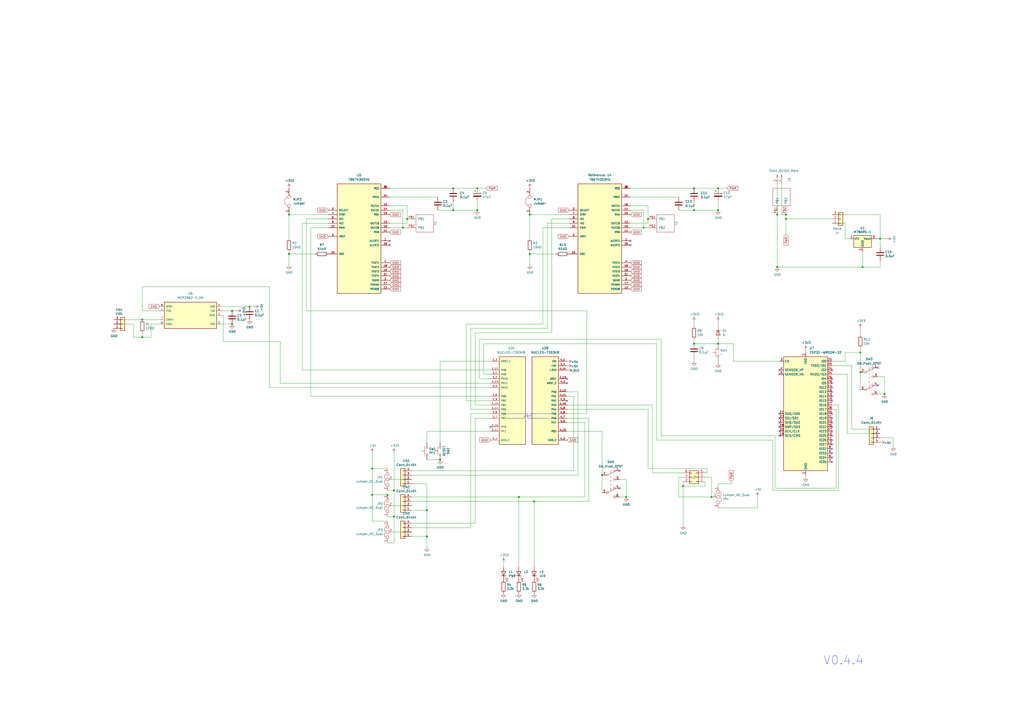
<source format=kicad_sch>
(kicad_sch (version 20230121) (generator eeschema)
  (paper "A2")
  (lib_symbols
    (symbol "Connector:Conn_01x02_Male" (pin_names (offset 1.016) hide)
      (property "Reference" "J" (at 0 2.54 0))
      (property "Value" "Conn_01x02_Male" (at 0 -5.08 0))
      (symbol "Conn_01x02_Male_1_1"
        (pin passive line (at 5.08 0 180) (length 3.81) (name "Pin_1") (number "1"))
        (pin passive line (at 5.08 -2.54 180) (length 3.81) (name "Pin_2") (number "2"))
      )
    )
    (symbol "Connector_Generic:Conn_01x03" (pin_names (offset 1.016) hide)
      (property "Reference" "J" (at 0 5.08 0))
      (property "Value" "Conn_01x03" (at 0 -5.08 0))
      (symbol "Conn_01x03_1_1"
        (pin passive line (at -5.08 2.54 0) (length 3.81) (name "Pin_1") (number "1"))
        (pin passive line (at -5.08 0 0) (length 3.81) (name "Pin_2") (number "2"))
        (pin passive line (at -5.08 -2.54 0) (length 3.81) (name "Pin_3") (number "3"))
      )
    )
    (symbol "Connector_Generic:Conn_01x04" (pin_names (offset 1.016) hide)
      (property "Reference" "J" (at 0 5.08 0))
      (property "Value" "Conn_01x04" (at 0 -7.62 0))
      (symbol "Conn_01x04_1_1"
        (pin passive line (at -5.08 2.54 0) (length 3.81) (name "Pin_1") (number "1"))
        (pin passive line (at -5.08 0 0) (length 3.81) (name "Pin_2") (number "2"))
        (pin passive line (at -5.08 -2.54 0) (length 3.81) (name "Pin_3") (number "3"))
        (pin passive line (at -5.08 -5.08 0) (length 3.81) (name "Pin_4") (number "4"))
      )
    )
    (symbol "Connector_Generic:Conn_02x03_Odd_Even" (pin_names (offset 1.016) hide)
      (property "Reference" "J" (at 1.27 5.08 0))
      (property "Value" "Conn_02x03_Odd_Even" (at 1.27 -5.08 0))
      (symbol "Conn_02x03_Odd_Even_1_1"
        (pin passive line (at -5.08 2.54 0) (length 3.81) (name "Pin_1") (number "1"))
        (pin passive line (at 7.62 2.54 180) (length 3.81) (name "Pin_2") (number "2"))
        (pin passive line (at -5.08 0 0) (length 3.81) (name "Pin_3") (number "3"))
        (pin passive line (at 7.62 0 180) (length 3.81) (name "Pin_4") (number "4"))
        (pin passive line (at -5.08 -2.54 0) (length 3.81) (name "Pin_5") (number "5"))
        (pin passive line (at 7.62 -2.54 180) (length 3.81) (name "Pin_6") (number "6"))
      )
    )
    (symbol "Device:C" (pin_numbers hide) (pin_names (offset 0.254))
      (property "Reference" "C" (at 0.635 2.54 0))
      (property "Value" "C" (at 0.635 -2.54 0))
      (symbol "C_1_1"
        (pin passive line (at 0 3.81 270) (length 2.794) (name "~") (number "1"))
        (pin passive line (at 0 -3.81 90) (length 2.794) (name "~") (number "2"))
      )
    )
    (symbol "Device:CP" (pin_numbers hide) (pin_names (offset 0.254))
      (property "Reference" "C" (at 0.635 2.54 0))
      (property "Value" "Device_CP" (at 0.635 -2.54 0))
      (symbol "CP_1_1"
        (pin passive line (at 0 3.81 270) (length 2.794) (name "~") (number "1"))
        (pin passive line (at 0 -3.81 90) (length 2.794) (name "~") (number "2"))
      )
    )
    (symbol "Device:D" (pin_numbers hide) (pin_names (offset 1.016) hide)
      (property "Reference" "D" (at 0 2.54 0))
      (property "Value" "D" (at 0 -2.54 0))
      (symbol "D_1_1"
        (pin passive line (at -3.81 0 0) (length 2.54) (name "K") (number "1"))
        (pin passive line (at 3.81 0 180) (length 2.54) (name "A") (number "2"))
      )
    )
    (symbol "Device:Jumper" (pin_names (offset 0.762) hide)
      (property "Reference" "JP" (at 0 3.81 0))
      (property "Value" "Device_Jumper" (at 0 -2.032 0))
      (symbol "Jumper_0_1"
        (pin passive line (at -7.62 0 0) (length 4.191) (name "1") (number "1"))
        (pin passive line (at 7.62 0 180) (length 4.191) (name "2") (number "2"))
      )
    )
    (symbol "Device:Jumper_NC_Dual" (pin_names (offset 0.762) hide)
      (property "Reference" "JP" (at 1.27 -2.54 0))
      (property "Value" "Device_Jumper_NC_Dual" (at 0 2.54 0))
      (symbol "Jumper_NC_Dual_0_1"
        (pin passive line (at -6.35 0 0) (length 2.413) (name "1") (number "1"))
        (pin passive line (at 0 -2.54 90) (length 1.524) (name "2") (number "2"))
        (pin passive line (at 6.35 0 180) (length 2.413) (name "3") (number "3"))
      )
    )
    (symbol "Device:LED" (pin_numbers hide) (pin_names (offset 1.016) hide)
      (property "Reference" "D" (at 0 2.54 0))
      (property "Value" "LED" (at 0 -2.54 0))
      (symbol "LED_1_1"
        (pin passive line (at -3.81 0 0) (length 2.54) (name "K") (number "1"))
        (pin passive line (at 3.81 0 180) (length 2.54) (name "A") (number "2"))
      )
    )
    (symbol "Device:R" (pin_numbers hide) (pin_names (offset 0))
      (property "Reference" "R" (at 2.032 0 90))
      (property "Value" "R" (at 0 0 90))
      (symbol "R_1_1"
        (pin passive line (at 0 3.81 270) (length 1.27) (name "~") (number "1"))
        (pin passive line (at 0 -3.81 90) (length 1.27) (name "~") (number "2"))
      )
    )
    (symbol "Liner-regulator_AOKI:NJM_TO-252" (pin_names (offset 0.254))
      (property "Reference" "U" (at -3.81 3.175 0))
      (property "Value" "Liner-regulator_AOKI_NJM_TO-252" (at 0 3.175 0))
      (symbol "NJM_TO-252_1_1"
        (pin power_in line (at -7.62 0 0) (length 2.54) (name "Vin") (number "1"))
        (pin input line (at 0 -7.62 90) (length 2.54) (name "GND") (number "2"))
        (pin power_out line (at 7.62 0 180) (length 2.54) (name "Vout") (number "3"))
      )
    )
    (symbol "MCP2562-E_SN:MCP2562-E_SN" (pin_names (offset 1.016))
      (property "Reference" "U" (at -15.2515 8.8967 0))
      (property "Value" "MCP2562-E_SN" (at -15.2639 -10.1759 0))
      (symbol "MCP2562-E_SN_0_0"
        (pin input line (at -17.78 2.54 0) (length 2.54) (name "TXD") (number "1"))
        (pin power_in line (at 17.78 -5.08 180) (length 2.54) (name "VSS") (number "2"))
        (pin power_in line (at 17.78 5.08 180) (length 2.54) (name "VDD") (number "3"))
        (pin output line (at 17.78 0 180) (length 2.54) (name "RXD") (number "4"))
        (pin power_in line (at 17.78 2.54 180) (length 2.54) (name "VIO") (number "5"))
        (pin input line (at -17.78 -5.08 0) (length 2.54) (name "CANL") (number "6"))
        (pin input line (at -17.78 -2.54 0) (length 2.54) (name "CANH") (number "7"))
        (pin input line (at -17.78 5.08 0) (length 2.54) (name "STBY") (number "8"))
      )
    )
    (symbol "NUCLEO-F303K8:NUCLEO-F303K8" (pin_names (offset 1.016))
      (property "Reference" "U" (at -7.6292 25.9456 0))
      (property "Value" "NUCLEO-F303K8" (at -7.6233 -27.7005 0))
      (symbol "NUCLEO-F303K8_1_0"
        (pin bidirectional line (at 12.7 15.24 180) (length 5.08) (name "PA9") (number "3_1"))
        (pin bidirectional line (at 12.7 -15.24 180) (length 5.08) (name "PF0") (number "3_10"))
        (pin bidirectional line (at 12.7 -17.78 180) (length 5.08) (name "PF1") (number "3_11"))
        (pin bidirectional line (at 12.7 17.78 180) (length 5.08) (name "PA8") (number "3_12"))
        (pin bidirectional line (at 12.7 10.16 180) (length 5.08) (name "PA11") (number "3_13"))
        (pin bidirectional line (at 12.7 -5.08 180) (length 5.08) (name "PB5") (number "3_14"))
        (pin bidirectional line (at 12.7 -2.54 180) (length 5.08) (name "PB4") (number "3_15"))
        (pin bidirectional line (at 12.7 12.7 180) (length 5.08) (name "PA10") (number "3_2"))
        (pin bidirectional line (at 12.7 22.86 180) (length 5.08) (name "NRST_1") (number "3_3"))
        (pin power_in line (at 12.7 -22.86 180) (length 5.08) (name "GND_1") (number "3_4"))
        (pin bidirectional line (at 12.7 7.62 180) (length 5.08) (name "PA12") (number "3_5"))
        (pin bidirectional line (at 12.7 2.54 180) (length 5.08) (name "PB0") (number "3_6"))
        (pin bidirectional line (at 12.7 -10.16 180) (length 5.08) (name "PB7") (number "3_7"))
        (pin bidirectional line (at 12.7 -7.62 180) (length 5.08) (name "PB6") (number "3_8"))
        (pin bidirectional line (at 12.7 0 180) (length 5.08) (name "PB1") (number "3_9"))
      )
      (symbol "NUCLEO-F303K8_2_0"
        (pin power_in line (at 12.7 22.86 180) (length 5.08) (name "VIN") (number "4_1"))
        (pin bidirectional line (at 12.7 -2.54 180) (length 5.08) (name "PA3") (number "4_10"))
        (pin bidirectional line (at 12.7 2.54 180) (length 5.08) (name "PA1") (number "4_11"))
        (pin bidirectional line (at 12.7 5.08 180) (length 5.08) (name "PA0") (number "4_12"))
        (pin bidirectional line (at 12.7 12.7 180) (length 5.08) (name "AREF") (number "4_13"))
        (pin power_in line (at 12.7 17.78 180) (length 5.08) (name "+3V3") (number "4_14"))
        (pin bidirectional line (at 12.7 -17.78 180) (length 5.08) (name "PB3") (number "4_15"))
        (pin power_in line (at 12.7 -22.86 180) (length 5.08) (name "GND_2") (number "4_2"))
        (pin bidirectional line (at 12.7 10.16 180) (length 5.08) (name "NRST_2") (number "4_3"))
        (pin power_in line (at 12.7 20.32 180) (length 5.08) (name "+5V") (number "4_4"))
        (pin bidirectional line (at 12.7 0 180) (length 5.08) (name "PA2") (number "4_5"))
        (pin bidirectional line (at 12.7 -12.7 180) (length 5.08) (name "PA7") (number "4_6"))
        (pin bidirectional line (at 12.7 -10.16 180) (length 5.08) (name "PA6") (number "4_7"))
        (pin bidirectional line (at 12.7 -7.62 180) (length 5.08) (name "PA5") (number "4_8"))
        (pin bidirectional line (at 12.7 -5.08 180) (length 5.08) (name "PA4") (number "4_9"))
      )
    )
    (symbol "PTS_1.5_2_1" (pin_names (offset 1.016))
      (symbol "PTS_1.5_2_1_1_0"
        (pin bidirectional line (at -2.54 -10.16 90) (length 5.08) (name "P$1") (number "P$1"))
        (pin bidirectional line (at 2.54 -10.16 90) (length 5.08) (name "P$2") (number "P$2"))
      )
    )
    (symbol "RF_Module:ESP32-WROOM-32"
      (property "Reference" "U" (at -12.7 34.29 0))
      (property "Value" "ESP32-WROOM-32" (at 1.27 34.29 0))
      (symbol "ESP32-WROOM-32_1_1"
        (pin power_in line (at 0 -35.56 90) (length 2.54) (name "GND") (number "1"))
        (pin bidirectional line (at 15.24 -12.7 180) (length 2.54) (name "IO25") (number "10"))
        (pin bidirectional line (at 15.24 -15.24 180) (length 2.54) (name "IO26") (number "11"))
        (pin bidirectional line (at 15.24 -17.78 180) (length 2.54) (name "IO27") (number "12"))
        (pin bidirectional line (at 15.24 10.16 180) (length 2.54) (name "IO14") (number "13"))
        (pin bidirectional line (at 15.24 15.24 180) (length 2.54) (name "IO12") (number "14"))
        (pin passive line (at 0 -35.56 90) (length 2.54) hide (name "GND") (number "15"))
        (pin bidirectional line (at 15.24 12.7 180) (length 2.54) (name "IO13") (number "16"))
        (pin bidirectional line (at -15.24 -5.08 0) (length 2.54) (name "SHD/SD2") (number "17"))
        (pin bidirectional line (at -15.24 -7.62 0) (length 2.54) (name "SWP/SD3") (number "18"))
        (pin bidirectional line (at -15.24 -12.7 0) (length 2.54) (name "SCS/CMD") (number "19"))
        (pin power_in line (at 0 35.56 270) (length 2.54) (name "VDD") (number "2"))
        (pin bidirectional line (at -15.24 -10.16 0) (length 2.54) (name "SCK/CLK") (number "20"))
        (pin bidirectional line (at -15.24 0 0) (length 2.54) (name "SDO/SD0") (number "21"))
        (pin bidirectional line (at -15.24 -2.54 0) (length 2.54) (name "SDI/SD1") (number "22"))
        (pin bidirectional line (at 15.24 7.62 180) (length 2.54) (name "IO15") (number "23"))
        (pin bidirectional line (at 15.24 25.4 180) (length 2.54) (name "IO2") (number "24"))
        (pin bidirectional line (at 15.24 30.48 180) (length 2.54) (name "IO0") (number "25"))
        (pin bidirectional line (at 15.24 20.32 180) (length 2.54) (name "IO4") (number "26"))
        (pin bidirectional line (at 15.24 5.08 180) (length 2.54) (name "IO16") (number "27"))
        (pin bidirectional line (at 15.24 2.54 180) (length 2.54) (name "IO17") (number "28"))
        (pin bidirectional line (at 15.24 17.78 180) (length 2.54) (name "IO5") (number "29"))
        (pin input line (at -15.24 30.48 0) (length 2.54) (name "EN") (number "3"))
        (pin bidirectional line (at 15.24 0 180) (length 2.54) (name "IO18") (number "30"))
        (pin bidirectional line (at 15.24 -2.54 180) (length 2.54) (name "IO19") (number "31"))
        (pin no_connect line (at -12.7 -27.94 0) (length 2.54) hide (name "NC") (number "32"))
        (pin bidirectional line (at 15.24 -5.08 180) (length 2.54) (name "IO21") (number "33"))
        (pin bidirectional line (at 15.24 22.86 180) (length 2.54) (name "RXD0/IO3") (number "34"))
        (pin bidirectional line (at 15.24 27.94 180) (length 2.54) (name "TXD0/IO1") (number "35"))
        (pin bidirectional line (at 15.24 -7.62 180) (length 2.54) (name "IO22") (number "36"))
        (pin bidirectional line (at 15.24 -10.16 180) (length 2.54) (name "IO23") (number "37"))
        (pin passive line (at 0 -35.56 90) (length 2.54) hide (name "GND") (number "38"))
        (pin passive line (at 0 -35.56 90) (length 2.54) hide (name "GND") (number "39"))
        (pin input line (at -15.24 25.4 0) (length 2.54) (name "SENSOR_VP") (number "4"))
        (pin input line (at -15.24 22.86 0) (length 2.54) (name "SENSOR_VN") (number "5"))
        (pin input line (at 15.24 -25.4 180) (length 2.54) (name "IO34") (number "6"))
        (pin input line (at 15.24 -27.94 180) (length 2.54) (name "IO35") (number "7"))
        (pin bidirectional line (at 15.24 -20.32 180) (length 2.54) (name "IO32") (number "8"))
        (pin bidirectional line (at 15.24 -22.86 180) (length 2.54) (name "IO33") (number "9"))
      )
    )
    (symbol "Switch:SW_Push" (pin_numbers hide) (pin_names (offset 1.016) hide)
      (property "Reference" "SW" (at 1.27 2.54 0))
      (property "Value" "SW_Push" (at 0 -1.524 0))
      (symbol "SW_Push_0_1"
        (pin passive line (at -5.08 0 0) (length 2.54) (name "1") (number "1"))
        (pin passive line (at 5.08 0 180) (length 2.54) (name "2") (number "2"))
      )
    )
    (symbol "Switch:SW_Push_DPDT" (pin_names (offset 0) hide)
      (property "Reference" "SW" (at 0 8.89 0))
      (property "Value" "SW_Push_DPDT" (at 0 -10.16 0))
      (symbol "SW_Push_DPDT_1_1"
        (pin passive line (at 5.08 7.62 180) (length 2.54) (name "A") (number "1"))
        (pin passive line (at -5.08 5.08 0) (length 2.54) (name "B") (number "2"))
        (pin passive line (at 5.08 2.54 180) (length 2.54) (name "C") (number "3"))
        (pin passive line (at 5.08 -2.54 180) (length 2.54) (name "A") (number "4"))
        (pin passive line (at -5.08 -5.08 0) (length 2.54) (name "B") (number "5"))
        (pin passive line (at 5.08 -7.62 180) (length 2.54) (name "C") (number "6"))
      )
    )
    (symbol "TB67H303HG_1" (pin_names (offset 1.016))
      (property "Reference" "U" (at -12.7 33.655 0))
      (property "Value" "TB67H303HG" (at -12.7 -33.02 0))
      (symbol "TB67H303HG_1_0_0"
        (pin output line (at 17.78 0 180) (length 5.08) (name "ALERT1") (number "1"))
        (pin output line (at 17.78 7.62 180) (length 5.08) (name "OUT2B") (number "10"))
        (pin output line (at 17.78 5.08 180) (length 5.08) (name "RSB") (number "11"))
        (pin output line (at 17.78 10.16 180) (length 5.08) (name "OUT1B") (number "12"))
        (pin power_in line (at 17.78 -27.94 180) (length 5.08) (name "PGNDB") (number "13"))
        (pin output line (at 17.78 17.78 180) (length 5.08) (name "OUT2A") (number "14"))
        (pin output line (at 17.78 15.24 180) (length 5.08) (name "RSA") (number "15"))
        (pin output line (at 17.78 20.32 180) (length 5.08) (name "OUT1A") (number "16"))
        (pin power_in line (at 17.78 -25.4 180) (length 5.08) (name "PGNDA") (number "17"))
        (pin power_in line (at 17.78 -15.24 180) (length 5.08) (name "TEST2") (number "18"))
        (pin power_in line (at 17.78 -17.78 180) (length 5.08) (name "TEST3") (number "19"))
        (pin power_in line (at 17.78 -22.86 180) (length 5.08) (name "SGND") (number "2"))
        (pin power_in line (at 17.78 30.48 180) (length 5.08) (name "VCC") (number "20"))
        (pin power_in line (at 17.78 -20.32 180) (length 5.08) (name "TEST4") (number "21"))
        (pin input line (at -17.78 7.62 0) (length 5.08) (name "PWM") (number "22"))
        (pin passive line (at -17.78 -7.62 0) (length 5.08) (name "OSC") (number "23"))
        (pin output line (at 17.78 25.4 180) (length 5.08) (name "VREG") (number "24"))
        (pin output line (at 17.78 -2.54 180) (length 5.08) (name "ALERT2") (number "25"))
        (pin input line (at -17.78 17.78 0) (length 5.08) (name "SELECT") (number "3"))
        (pin power_in line (at 17.78 -12.7 180) (length 5.08) (name "TEST1") (number "4"))
        (pin input line (at -17.78 2.54 0) (length 5.08) (name "VREF") (number "5"))
        (pin power_in line (at 17.78 30.48 180) (length 5.08) (name "VCC") (number "6"))
        (pin input line (at -17.78 15.24 0) (length 5.08) (name "STBY") (number "7"))
        (pin input line (at -17.78 12.7 0) (length 5.08) (name "IN1") (number "8"))
        (pin input line (at -17.78 10.16 0) (length 5.08) (name "IN2") (number "9"))
      )
    )
    (symbol "power:+3.3V" (power) (pin_names (offset 0))
      (property "Value" "+3.3V" (at 0 3.556 0))
      (symbol "+3.3V_1_1"
        (pin power_in line (at 0 0 90) (length 0) hide (name "+3V3") (number "1"))
      )
    )
    (symbol "power:+5V" (power) (pin_names (offset 0))
      (property "Value" "+5V" (at 0 3.556 0))
      (symbol "+5V_1_1"
        (pin power_in line (at 0 0 90) (length 0) hide (name "+5V") (number "1"))
      )
    )
    (symbol "power:GND" (power) (pin_names (offset 0))
      (property "Value" "GND" (at 0 -3.81 0))
      (symbol "GND_1_1"
        (pin power_in line (at 0 0 270) (length 0) hide (name "GND") (number "1"))
      )
    )
    (symbol "pts_1.5_2:PTS_1.5_2" (pin_names (offset 1.016))
      (symbol "PTS_1.5_2_1_0"
        (pin bidirectional line (at -2.54 -10.16 90) (length 5.08) (name "P$1") (number "P$1"))
        (pin bidirectional line (at 2.54 -10.16 90) (length 5.08) (name "P$2") (number "P$2"))
      )
    )
  )
  (junction (at 309.88 290.83))
  (junction (at 224.79 287.02))
  (junction (at 499.11 215.9))
  (junction (at 402.59 199.39))
  (junction (at 455.93 127))
  (junction (at 228.6 284.48))
  (junction (at 262.89 109.22))
  (junction (at 215.9 287.02))
  (junction (at 82.55 185.42))
  (junction (at 450.85 124.46))
  (junction (at 215.9 271.78))
  (junction (at 412.75 288.29))
  (junction (at 144.78 177.8))
  (junction (at 247.65 295.91))
  (junction (at 276.86 109.22))
  (junction (at 167.64 147.32))
  (junction (at 307.34 147.32))
  (junction (at 167.64 124.46))
  (junction (at 349.25 275.59))
  (junction (at 513.08 228.6))
  (junction (at 307.34 124.46))
  (junction (at 236.22 127))
  (junction (at 255.27 266.7))
  (junction (at 300.99 288.29))
  (junction (at 82.55 195.58))
  (junction (at 262.89 121.92))
  (junction (at 233.68 132.08))
  (junction (at 134.62 187.96))
  (junction (at 247.65 311.15))
  (junction (at 402.59 109.22))
  (junction (at 134.62 180.34))
  (junction (at 396.24 281.94))
  (junction (at 363.22 288.29))
  (junction (at 450.85 154.94))
  (junction (at 373.38 132.08))
  (junction (at 510.54 138.43))
  (junction (at 276.86 121.92))
  (junction (at 375.92 127))
  (junction (at 499.11 204.47))
  (junction (at 228.6 299.72))
  (junction (at 416.56 199.39))
  (junction (at 455.93 124.46))
  (junction (at 500.38 154.94))
  (junction (at 402.59 121.92))
  (junction (at 416.56 121.92))
  (junction (at 416.56 109.22))
  (no_connect (at 452.12 252.73))
  (no_connect (at 284.48 247.65))
  (no_connect (at 482.6 242.57))
  (no_connect (at 482.6 262.89))
  (no_connect (at 328.93 232.41))
  (no_connect (at 482.6 250.19))
  (no_connect (at 482.6 260.35))
  (no_connect (at 328.93 219.71))
  (no_connect (at 482.6 240.03))
  (no_connect (at 226.06 139.7))
  (no_connect (at 482.6 222.25))
  (no_connect (at 482.6 245.11))
  (no_connect (at 365.76 139.7))
  (no_connect (at 482.6 227.33))
  (no_connect (at 482.6 214.63))
  (no_connect (at 482.6 255.27))
  (no_connect (at 452.12 247.65))
  (no_connect (at 452.12 242.57))
  (no_connect (at 452.12 250.19))
  (no_connect (at 482.6 257.81))
  (no_connect (at 226.06 142.24))
  (no_connect (at 359.41 283.21))
  (no_connect (at 452.12 217.17))
  (no_connect (at 482.6 232.41))
  (no_connect (at 482.6 229.87))
  (no_connect (at 509.27 213.36))
  (no_connect (at 359.41 273.05))
  (no_connect (at 452.12 214.63))
  (no_connect (at 509.27 223.52))
  (no_connect (at 452.12 245.11))
  (no_connect (at 482.6 219.71))
  (no_connect (at 328.93 222.25))
  (no_connect (at 482.6 265.43))
  (no_connect (at 452.12 240.03))
  (no_connect (at 482.6 267.97))
  (no_connect (at 482.6 247.65))
  (no_connect (at 482.6 224.79))
  (no_connect (at 482.6 252.73))
  (no_connect (at 365.76 142.24))
  (wire (pts (xy 273.05 237.49) (xy 284.48 237.49)))
  (wire (pts (xy 490.22 204.47) (xy 499.11 204.47)))
  (wire (pts (xy 128.27 182.88) (xy 129.54 182.88)))
  (wire (pts (xy 129.54 198.12) (xy 162.56 198.12)))
  (wire (pts (xy 162.56 198.12) (xy 162.56 222.25)))
  (wire (pts (xy 491.49 217.17) (xy 482.6 217.17)))
  (wire (pts (xy 307.34 147.32) (xy 322.58 147.32)))
  (wire (pts (xy 224.79 302.26) (xy 215.9 302.26)))
  (wire (pts (xy 190.5 124.46) (xy 167.64 124.46)))
  (wire (pts (xy 412.75 288.29) (xy 414.02 288.29)))
  (wire (pts (xy 375.92 127) (xy 375.92 119.38)))
  (wire (pts (xy 226.06 119.38) (xy 236.22 119.38)))
  (wire (pts (xy 247.65 311.15) (xy 247.65 317.5)))
  (wire (pts (xy 228.6 299.72) (xy 228.6 314.96)))
  (wire (pts (xy 128.27 180.34) (xy 134.62 180.34)))
  (wire (pts (xy 494.03 248.92) (xy 494.03 212.09)))
  (wire (pts (xy 175.26 214.63) (xy 284.48 214.63)))
  (wire (pts (xy 381 255.27) (xy 448.31 255.27)))
  (wire (pts (xy 508 138.43) (xy 510.54 138.43)))
  (wire (pts (xy 175.26 129.54) (xy 190.5 129.54)))
  (wire (pts (xy 275.59 193.04) (xy 275.59 234.95)))
  (wire (pts (xy 92.71 187.96) (xy 87.63 187.96)))
  (wire (pts (xy 247.65 311.15) (xy 238.76 311.15)))
  (wire (pts (xy 128.27 187.96) (xy 134.62 187.96)))
  (wire (pts (xy 365.76 109.22) (xy 402.59 109.22)))
  (wire (pts (xy 247.65 266.7) (xy 255.27 266.7)))
  (wire (pts (xy 247.65 250.19) (xy 247.65 256.54)))
  (wire (pts (xy 82.55 180.34) (xy 92.71 180.34)))
  (wire (pts (xy 177.8 127) (xy 190.5 127)))
  (wire (pts (xy 226.06 114.3) (xy 254 114.3)))
  (wire (pts (xy 500.38 154.94) (xy 500.38 146.05)))
  (wire (pts (xy 416.56 186.69) (xy 416.56 189.23)))
  (wire (pts (xy 416.56 280.67) (xy 416.56 281.94)))
  (wire (pts (xy 247.65 295.91) (xy 247.65 311.15)))
  (wire (pts (xy 317.5 129.54) (xy 330.2 129.54)))
  (wire (pts (xy 396.24 281.94) (xy 408.94 281.94)))
  (wire (pts (xy 393.7 121.92) (xy 402.59 121.92)))
  (wire (pts (xy 494.03 212.09) (xy 482.6 212.09)))
  (wire (pts (xy 383.54 252.73) (xy 449.58 252.73)))
  (wire (pts (xy 215.9 287.02) (xy 215.9 271.78)))
  (wire (pts (xy 233.68 121.92) (xy 233.68 132.08)))
  (wire (pts (xy 410.21 271.78) (xy 410.21 274.32)))
  (wire (pts (xy 510.54 154.94) (xy 510.54 151.13)))
  (wire (pts (xy 408.94 276.86) (xy 412.75 276.86)))
  (wire (pts (xy 314.96 132.08) (xy 314.96 187.96)))
  (wire (pts (xy 416.56 280.67) (xy 424.18 280.67)))
  (wire (pts (xy 262.89 116.84) (xy 262.89 121.92)))
  (wire (pts (xy 330.2 124.46) (xy 307.34 124.46)))
  (wire (pts (xy 238.76 306.07) (xy 273.05 306.07)))
  (wire (pts (xy 92.71 185.42) (xy 82.55 185.42)))
  (wire (pts (xy 365.76 119.38) (xy 375.92 119.38)))
  (wire (pts (xy 339.09 245.11) (xy 339.09 288.29)))
  (wire (pts (xy 262.89 121.92) (xy 276.86 121.92)))
  (wire (pts (xy 402.59 186.69) (xy 402.59 189.23)))
  (wire (pts (xy 513.08 218.44) (xy 513.08 228.6)))
  (wire (pts (xy 307.34 147.32) (xy 307.34 153.67)))
  (wire (pts (xy 228.6 284.48) (xy 228.6 299.72)))
  (wire (pts (xy 416.56 209.55) (xy 416.56 210.82)))
  (wire (pts (xy 175.26 214.63) (xy 175.26 129.54)))
  (wire (pts (xy 402.59 109.22) (xy 416.56 109.22)))
  (wire (pts (xy 238.76 293.37) (xy 227.33 293.37)))
  (wire (pts (xy 309.88 290.83) (xy 341.63 290.83)))
  (wire (pts (xy 485.14 283.21) (xy 449.58 283.21)))
  (wire (pts (xy 396.24 276.86) (xy 393.7 276.86)))
  (wire (pts (xy 485.14 237.49) (xy 485.14 283.21)))
  (wire (pts (xy 482.6 237.49) (xy 485.14 237.49)))
  (wire (pts (xy 238.76 280.67) (xy 247.65 280.67)))
  (wire (pts (xy 450.85 106.68) (xy 450.85 124.46)))
  (wire (pts (xy 227.33 278.13) (xy 238.76 278.13)))
  (wire (pts (xy 317.5 129.54) (xy 317.5 190.5)))
  (wire (pts (xy 424.18 280.67) (xy 424.18 279.4)))
  (wire (pts (xy 255.27 209.55) (xy 255.27 256.54)))
  (wire (pts (xy 467.36 203.2) (xy 467.36 204.47)))
  (wire (pts (xy 215.9 271.78) (xy 224.79 271.78)))
  (wire (pts (xy 340.36 180.34) (xy 177.8 180.34)))
  (wire (pts (xy 416.56 121.92) (xy 416.56 116.84)))
  (wire (pts (xy 129.54 182.88) (xy 129.54 198.12)))
  (wire (pts (xy 412.75 276.86) (xy 412.75 288.29)))
  (wire (pts (xy 396.24 281.94) (xy 396.24 279.4)))
  (wire (pts (xy 162.56 222.25) (xy 284.48 222.25)))
  (wire (pts (xy 238.76 275.59) (xy 335.28 275.59)))
  (wire (pts (xy 328.93 234.95) (xy 378.46 234.95)))
  (wire (pts (xy 365.76 132.08) (xy 373.38 132.08)))
  (wire (pts (xy 77.47 195.58) (xy 77.47 187.96)))
  (wire (pts (xy 514.35 138.43) (xy 510.54 138.43)))
  (wire (pts (xy 402.59 116.84) (xy 402.59 121.92)))
  (wire (pts (xy 499.11 190.5) (xy 499.11 194.31)))
  (wire (pts (xy 490.22 209.55) (xy 490.22 204.47)))
  (wire (pts (xy 499.11 215.9) (xy 499.11 204.47)))
  (wire (pts (xy 359.41 288.29) (xy 363.22 288.29)))
  (wire (pts (xy 280.67 217.17) (xy 280.67 199.39)))
  (wire (pts (xy 314.96 187.96) (xy 270.51 187.96)))
  (wire (pts (xy 66.04 187.96) (xy 77.47 187.96)))
  (wire (pts (xy 455.93 135.89) (xy 455.93 127)))
  (wire (pts (xy 328.93 250.19) (xy 349.25 250.19)))
  (wire (pts (xy 167.64 124.46) (xy 167.64 138.43)))
  (wire (pts (xy 425.45 199.39) (xy 416.56 199.39)))
  (wire (pts (xy 254 121.92) (xy 262.89 121.92)))
  (wire (pts (xy 339.09 288.29) (xy 300.99 288.29)))
  (wire (pts (xy 455.93 124.46) (xy 455.93 127)))
  (wire (pts (xy 224.79 314.96) (xy 228.6 314.96)))
  (wire (pts (xy 262.89 109.22) (xy 276.86 109.22)))
  (wire (pts (xy 280.67 199.39) (xy 381 199.39)))
  (wire (pts (xy 66.04 185.42) (xy 82.55 185.42)))
  (wire (pts (xy 359.41 278.13) (xy 363.22 278.13)))
  (wire (pts (xy 518.16 254) (xy 510.54 254)))
  (wire (pts (xy 365.76 129.54) (xy 375.92 129.54)))
  (wire (pts (xy 402.59 121.92) (xy 416.56 121.92)))
  (wire (pts (xy 275.59 234.95) (xy 284.48 234.95)))
  (wire (pts (xy 238.76 288.29) (xy 300.99 288.29)))
  (wire (pts (xy 490.22 138.43) (xy 490.22 129.54)))
  (wire (pts (xy 238.76 273.05) (xy 332.74 273.05)))
  (wire (pts (xy 328.93 242.57) (xy 341.63 242.57)))
  (wire (pts (xy 180.34 132.08) (xy 180.34 229.87)))
  (wire (pts (xy 278.13 196.85) (xy 278.13 219.71)))
  (wire (pts (xy 226.06 132.08) (xy 233.68 132.08)))
  (wire (pts (xy 307.34 146.05) (xy 307.34 147.32)))
  (wire (pts (xy 215.9 302.26) (xy 215.9 287.02)))
  (wire (pts (xy 416.56 196.85) (xy 416.56 199.39)))
  (wire (pts (xy 82.55 193.04) (xy 82.55 195.58)))
  (wire (pts (xy 448.31 284.48) (xy 448.31 255.27)))
  (wire (pts (xy 227.33 308.61) (xy 238.76 308.61)))
  (wire (pts (xy 510.54 124.46) (xy 510.54 138.43)))
  (wire (pts (xy 452.12 209.55) (xy 425.45 209.55)))
  (wire (pts (xy 402.59 199.39) (xy 416.56 199.39)))
  (wire (pts (xy 300.99 328.93) (xy 300.99 288.29)))
  (wire (pts (xy 278.13 219.71) (xy 284.48 219.71)))
  (wire (pts (xy 482.6 234.95) (xy 486.41 234.95)))
  (wire (pts (xy 455.93 127) (xy 482.6 127)))
  (wire (pts (xy 238.76 295.91) (xy 247.65 295.91)))
  (wire (pts (xy 180.34 229.87) (xy 284.48 229.87)))
  (wire (pts (xy 276.86 121.92) (xy 276.86 116.84)))
  (wire (pts (xy 190.5 132.08) (xy 180.34 132.08)))
  (wire (pts (xy 492.76 138.43) (xy 490.22 138.43)))
  (wire (pts (xy 270.51 232.41) (xy 284.48 232.41)))
  (wire (pts (xy 275.59 242.57) (xy 284.48 242.57)))
  (wire (pts (xy 320.04 127) (xy 330.2 127)))
  (wire (pts (xy 167.64 146.05) (xy 167.64 147.32)))
  (wire (pts (xy 328.93 237.49) (xy 375.92 237.49)))
  (wire (pts (xy 499.11 201.93) (xy 499.11 204.47)))
  (wire (pts (xy 215.9 271.78) (xy 215.9 262.89)))
  (wire (pts (xy 383.54 196.85) (xy 278.13 196.85)))
  (wire (pts (xy 365.76 114.3) (xy 393.7 114.3)))
  (wire (pts (xy 340.36 240.03) (xy 340.36 180.34)))
  (wire (pts (xy 365.76 121.92) (xy 373.38 121.92)))
  (wire (pts (xy 273.05 190.5) (xy 317.5 190.5)))
  (wire (pts (xy 402.59 196.85) (xy 402.59 199.39)))
  (wire (pts (xy 375.92 237.49) (xy 375.92 271.78)))
  (wire (pts (xy 486.41 234.95) (xy 486.41 284.48)))
  (wire (pts (xy 275.59 242.57) (xy 275.59 303.53)))
  (wire (pts (xy 518.16 254) (xy 518.16 259.08)))
  (wire (pts (xy 332.74 229.87) (xy 332.74 273.05)))
  (wire (pts (xy 510.54 143.51) (xy 510.54 138.43)))
  (wire (pts (xy 134.62 180.34) (xy 137.16 180.34)))
  (wire (pts (xy 307.34 124.46) (xy 307.34 138.43)))
  (wire (pts (xy 320.04 193.04) (xy 320.04 127)))
  (wire (pts (xy 373.38 121.92) (xy 373.38 132.08)))
  (wire (pts (xy 328.93 240.03) (xy 340.36 240.03)))
  (wire (pts (xy 87.63 195.58) (xy 82.55 195.58)))
  (wire (pts (xy 393.7 288.29) (xy 412.75 288.29)))
  (wire (pts (xy 328.93 229.87) (xy 332.74 229.87)))
  (wire (pts (xy 144.78 177.8) (xy 147.32 177.8)))
  (wire (pts (xy 349.25 275.59) (xy 349.25 285.75)))
  (wire (pts (xy 226.06 109.22) (xy 262.89 109.22)))
  (wire (pts (xy 490.22 129.54) (xy 482.6 129.54)))
  (wire (pts (xy 335.28 227.33) (xy 335.28 275.59)))
  (wire (pts (xy 416.56 109.22) (xy 421.64 109.22)))
  (wire (pts (xy 82.55 195.58) (xy 77.47 195.58)))
  (wire (pts (xy 396.24 281.94) (xy 396.24 304.8)))
  (wire (pts (xy 273.05 240.03) (xy 284.48 240.03)))
  (wire (pts (xy 349.25 250.19) (xy 349.25 275.59)))
  (wire (pts (xy 408.94 279.4) (xy 408.94 281.94)))
  (wire (pts (xy 226.06 129.54) (xy 236.22 129.54)))
  (wire (pts (xy 270.51 187.96) (xy 270.51 232.41)))
  (wire (pts (xy 416.56 294.64) (xy 439.42 294.64)))
  (wire (pts (xy 238.76 290.83) (xy 309.88 290.83)))
  (wire (pts (xy 373.38 132.08) (xy 375.92 132.08)))
  (wire (pts (xy 328.93 245.11) (xy 339.09 245.11)))
  (wire (pts (xy 128.27 177.8) (xy 144.78 177.8)))
  (wire (pts (xy 309.88 328.93) (xy 309.88 290.83)))
  (wire (pts (xy 156.21 224.79) (xy 284.48 224.79)))
  (wire (pts (xy 87.63 187.96) (xy 87.63 195.58)))
  (wire (pts (xy 226.06 121.92) (xy 233.68 121.92)))
  (wire (pts (xy 330.2 132.08) (xy 314.96 132.08)))
  (wire (pts (xy 500.38 154.94) (xy 510.54 154.94)))
  (wire (pts (xy 224.79 287.02) (xy 215.9 287.02)))
  (wire (pts (xy 236.22 129.54) (xy 236.22 127)))
  (wire (pts (xy 467.36 276.86) (xy 467.36 275.59)))
  (wire (pts (xy 233.68 132.08) (xy 236.22 132.08)))
  (wire (pts (xy 247.65 250.19) (xy 284.48 250.19)))
  (wire (pts (xy 247.65 280.67) (xy 247.65 295.91)))
  (wire (pts (xy 402.59 207.01) (xy 402.59 209.55)))
  (wire (pts (xy 425.45 209.55) (xy 425.45 199.39)))
  (wire (pts (xy 255.27 209.55) (xy 284.48 209.55)))
  (wire (pts (xy 228.6 262.89) (xy 228.6 284.48)))
  (wire (pts (xy 482.6 124.46) (xy 510.54 124.46)))
  (wire (pts (xy 439.42 288.29) (xy 439.42 294.64)))
  (wire (pts (xy 275.59 303.53) (xy 238.76 303.53)))
  (wire (pts (xy 396.24 274.32) (xy 378.46 274.32)))
  (wire (pts (xy 276.86 109.22) (xy 281.94 109.22)))
  (wire (pts (xy 410.21 274.32) (xy 408.94 274.32)))
  (wire (pts (xy 273.05 306.07) (xy 273.05 240.03)))
  (wire (pts (xy 510.54 251.46) (xy 491.49 251.46)))
  (wire (pts (xy 224.79 289.56) (xy 224.79 287.02)))
  (wire (pts (xy 486.41 284.48) (xy 448.31 284.48)))
  (wire (pts (xy 328.93 227.33) (xy 335.28 227.33)))
  (wire (pts (xy 453.39 106.68) (xy 453.39 124.46)))
  (wire (pts (xy 292.1 328.93) (xy 292.1 326.39)))
  (wire (pts (xy 341.63 242.57) (xy 341.63 290.83)))
  (wire (pts (xy 167.64 147.32) (xy 167.64 153.67)))
  (wire (pts (xy 273.05 190.5) (xy 273.05 237.49)))
  (wire (pts (xy 450.85 124.46) (xy 450.85 154.94)))
  (wire (pts (xy 491.49 251.46) (xy 491.49 217.17)))
  (wire (pts (xy 450.85 154.94) (xy 500.38 154.94)))
  (wire (pts (xy 510.54 248.92) (xy 494.03 248.92)))
  (wire (pts (xy 509.27 218.44) (xy 513.08 218.44)))
  (wire (pts (xy 275.59 193.04) (xy 320.04 193.04)))
  (wire (pts (xy 393.7 276.86) (xy 393.7 288.29)))
  (wire (pts (xy 236.22 127) (xy 236.22 119.38)))
  (wire (pts (xy 499.11 226.06) (xy 499.11 215.9)))
  (wire (pts (xy 381 199.39) (xy 381 255.27)))
  (wire (pts (xy 167.64 147.32) (xy 182.88 147.32)))
  (wire (pts (xy 383.54 196.85) (xy 383.54 252.73)))
  (wire (pts (xy 449.58 283.21) (xy 449.58 252.73)))
  (wire (pts (xy 82.55 166.37) (xy 156.21 166.37)))
  (wire (pts (xy 156.21 166.37) (xy 156.21 224.79)))
  (wire (pts (xy 82.55 166.37) (xy 82.55 180.34)))
  (wire (pts (xy 482.6 209.55) (xy 490.22 209.55)))
  (wire (pts (xy 224.79 299.72) (xy 228.6 299.72)))
  (wire (pts (xy 375.92 271.78) (xy 410.21 271.78)))
  (wire (pts (xy 280.67 217.17) (xy 284.48 217.17)))
  (wire (pts (xy 177.8 127) (xy 177.8 180.34)))
  (wire (pts (xy 363.22 278.13) (xy 363.22 288.29)))
  (wire (pts (xy 375.92 129.54) (xy 375.92 127)))
  (wire (pts (xy 378.46 234.95) (xy 378.46 274.32)))
  (wire (pts (xy 509.27 228.6) (xy 513.08 228.6)))
  (wire (pts (xy 224.79 284.48) (xy 228.6 284.48)))
  (wire (pts (xy 453.39 124.46) (xy 455.93 124.46)))
  (rectangle (start 306.07 240.03) (end 306.07 242.57))
  (rectangle (start 304.165 241.3) (end 304.165 242.57))
  (rectangle (start 294.005 242.57) (end 304.165 242.57))
  (rectangle (start 307.975 240.03) (end 307.975 241.3))
  (rectangle (start 306.07 242.57) (end 318.77 242.57))
  (rectangle (start 307.975 240.03) (end 319.405 240.03))
  (rectangle (start 307.975 241.3) (end 307.975 241.3))
  (rectangle (start 304.165 241.3) (end 307.975 241.3))
  (rectangle (start 294.64 240.03) (end 306.07 240.03))
  (text "V0.4.4" (at 477.52 386.08 0) (effects (font (size 5 5)) (justify left bottom)))
  (global_label "GND" (shape input) (at 190.5 121.92 180) (property "Intersheetrefs" "${INTERSHEET_REFS}" (effects hide)))
  (global_label "GND" (shape input) (at 330.2 137.16 180) (property "Intersheetrefs" "${INTERSHEET_REFS}" (effects hide)))
  (global_label "GND" (shape input) (at 365.76 157.48 0) (property "Intersheetrefs" "${INTERSHEET_REFS}" (effects hide)))
  (global_label "GND" (shape input) (at 226.06 124.46 0) (property "Intersheetrefs" "${INTERSHEET_REFS}" (effects hide)))
  (global_label "GND" (shape input) (at 365.76 167.64 0) (property "Intersheetrefs" "${INTERSHEET_REFS}" (effects hide)))
  (global_label "PWR" (shape input) (at 424.18 279.4 90) (property "Intersheetrefs" "${INTERSHEET_REFS}" (effects hide)))
  (global_label "GND" (shape input) (at 284.48 255.27 180) (property "Intersheetrefs" "${INTERSHEET_REFS}" (effects hide)))
  (global_label "GND" (shape input) (at 365.76 160.02 0) (property "Intersheetrefs" "${INTERSHEET_REFS}" (effects hide)))
  (global_label "PWR" (shape input) (at 281.94 109.22 0) (property "Intersheetrefs" "${INTERSHEET_REFS}" (effects hide)))
  (global_label "GND" (shape input) (at 226.06 154.94 0) (property "Intersheetrefs" "${INTERSHEET_REFS}" (effects hide)))
  (global_label "PWR" (shape input) (at 455.93 135.89 270) (property "Intersheetrefs" "${INTERSHEET_REFS}" (effects hide)))
  (global_label "GND" (shape input) (at 365.76 152.4 0) (property "Intersheetrefs" "${INTERSHEET_REFS}" (effects hide)))
  (global_label "GND" (shape input) (at 365.76 134.62 0) (property "Intersheetrefs" "${INTERSHEET_REFS}" (effects hide)))
  (global_label "PWR" (shape input) (at 421.64 109.22 0) (property "Intersheetrefs" "${INTERSHEET_REFS}" (effects hide)))
  (global_label "GND" (shape input) (at 365.76 162.56 0) (property "Intersheetrefs" "${INTERSHEET_REFS}" (effects hide)))
  (global_label "GND" (shape input) (at 365.76 165.1 0) (property "Intersheetrefs" "${INTERSHEET_REFS}" (effects hide)))
  (global_label "GND" (shape input) (at 226.06 157.48 0) (property "Intersheetrefs" "${INTERSHEET_REFS}" (effects hide)))
  (global_label "GND" (shape input) (at 190.5 137.16 180) (property "Intersheetrefs" "${INTERSHEET_REFS}" (effects hide)))
  (global_label "GND" (shape input) (at 328.93 255.27 0) (property "Intersheetrefs" "${INTERSHEET_REFS}" (effects hide)))
  (global_label "GND" (shape input) (at 92.71 177.8 180) (property "Intersheetrefs" "${INTERSHEET_REFS}" (effects hide)))
  (global_label "GND" (shape input) (at 365.76 154.94 0) (property "Intersheetrefs" "${INTERSHEET_REFS}" (effects hide)))
  (global_label "GND" (shape input) (at 226.06 165.1 0) (property "Intersheetrefs" "${INTERSHEET_REFS}" (effects hide)))
  (global_label "GND" (shape input) (at 365.76 124.46 0) (property "Intersheetrefs" "${INTERSHEET_REFS}" (effects hide)))
  (global_label "GND" (shape input) (at 226.06 134.62 0) (property "Intersheetrefs" "${INTERSHEET_REFS}" (effects hide)))
  (global_label "GND" (shape input) (at 226.06 162.56 0) (property "Intersheetrefs" "${INTERSHEET_REFS}" (effects hide)))
  (global_label "GND" (shape input) (at 330.2 121.92 180) (property "Intersheetrefs" "${INTERSHEET_REFS}" (effects hide)))
  (global_label "GND" (shape input) (at 226.06 167.64 0) (property "Intersheetrefs" "${INTERSHEET_REFS}" (effects hide)))
  (global_label "GND" (shape input) (at 226.06 152.4 0) (property "Intersheetrefs" "${INTERSHEET_REFS}" (effects hide)))
  (global_label "GND" (shape input) (at 226.06 160.02 0) (property "Intersheetrefs" "${INTERSHEET_REFS}" (effects hide)))
  (symbol (lib_id "Device:Jumper") (at 167.64 116.84 90) (unit 1)
    (property "Reference" "MJP2" (at 169.8752 115.6716 90) (effects (justify right)))
    (property "Value" "Jumper" (at 169.8752 117.983 90) (effects (justify right)))
    (property "Footprint" "Jumper:SolderJumper-2_P1.3mm_Open_TrianglePad1.0x1.5mm" (effects hide))
  )
  (symbol (lib_id "power:GND") (at 513.08 228.6 0) (unit 1)
    (property "Reference" "#PWR023" (effects hide))
    (property "Value" "GND" (at 513.207 232.9942 0))
  )
  (symbol (lib_id "Connector_Generic:Conn_01x03") (at 487.68 127 0) (mirror x) (unit 1)
    (property "Reference" "J4" (at 485.5972 135.0518 0))
    (property "Value" "PA10" (at 485.5972 132.7404 0))
    (property "Footprint" "Connector_PinHeader_2.54mm:PinHeader_1x03_P2.54mm_Vertical" (effects hide))
  )
  (symbol (lib_id "Device:LED") (at 300.99 332.74 90) (unit 1)
    (property "Reference" "L2" (at 303.9872 331.7494 90) (effects (justify right)))
    (property "Value" "LED" (effects hide))
    (property "Footprint" "LED_SMD:LED_0805_2012Metric_Pad1.15x1.40mm_HandSolder" (effects hide))
  )
  (symbol (lib_id "power:+3.3V") (at 137.16 180.34 270) (unit 1)
    (property "Reference" "#PWR04" (effects hide))
    (property "Value" "+3.3V" (at 141.5542 180.721 0))
  )
  (symbol (lib_id "power:GND") (at 134.62 187.96 0) (unit 1)
    (property "Reference" "#PWR05" (effects hide))
    (property "Value" "GND" (at 134.747 192.3542 0))
  )
  (symbol (lib_id "power:+3.3V") (at 402.59 186.69 0) (unit 1)
    (property "Reference" "#PWR033" (effects hide))
    (property "Value" "+3.3V" (at 402.971 182.2958 0))
  )
  (symbol (lib_id "Device:R") (at 300.99 340.36 180) (unit 1)
    (property "Reference" "R5" (at 302.768 339.1916 0) (effects (justify right)))
    (property "Value" "3.3k" (at 302.768 341.503 0) (effects (justify right)))
    (property "Footprint" "Resistor_SMD:R_0603_1608Metric" (effects hide))
  )
  (symbol (lib_id "Switch:SW_Push") (at 255.27 261.62 90) (unit 1)
    (property "Reference" "SW2" (at 259.969 261.62 0))
    (property "Value" "RESET" (at 257.6576 261.62 0))
    (property "Footprint" "MultiBoardMini_Libraries:SW_TL3301FF160QG" (effects hide))
  )
  (symbol (lib_id "power:GND") (at 402.59 209.55 0) (unit 1)
    (property "Reference" "#PWR034" (effects hide))
    (property "Value" "GND" (at 402.717 213.9442 0))
  )
  (symbol (lib_id "power:GND") (at 467.36 276.86 0) (unit 1)
    (property "Reference" "#PWR025" (effects hide))
    (property "Value" "GND" (at 467.487 281.2542 0))
  )
  (symbol (lib_id "power:GND") (at 292.1 344.17 0) (unit 1)
    (property "Reference" "#PWR018" (effects hide))
    (property "Value" "GND" (at 292.227 348.5642 0))
  )
  (symbol (lib_id "Device:Jumper_NC_Dual") (at 224.79 308.61 90) (unit 1)
    (property "Reference" "JP3" (at 222.1992 307.4416 90) (effects (justify left)))
    (property "Value" "Jumper_NC_Dual" (at 222.1992 309.753 90) (effects (justify left)))
    (property "Footprint" "Jumper:SolderJumper-3_P2.0mm_Open_TrianglePad1.0x1.5mm" (effects hide))
  )
  (symbol (lib_id "power:GND") (at 518.16 259.08 0) (unit 1)
    (property "Reference" "#PWR041" (effects hide))
    (property "Value" "GND" (at 518.287 263.4742 0))
  )
  (symbol (lib_id "Connector_Generic:Conn_01x04") (at 233.68 293.37 180) (unit 1)
    (property "Reference" "CN2" (at 235.7628 282.575 0))
    (property "Value" "Conn_01x04" (at 235.7628 284.8864 0))
    (property "Footprint" "UGOKU-One_Libraries:har-flexicon_2.54_4pin" (effects hide))
  )
  (symbol (lib_id "power:+3.3V") (at 307.34 109.22 0) (unit 1)
    (property "Reference" "#PWR07" (effects hide))
    (property "Value" "+3.3V" (at 307.721 104.8258 0))
  )
  (symbol (lib_id "Device:Jumper_NC_Dual") (at 224.79 278.13 90) (unit 1)
    (property "Reference" "JP1" (at 222.1992 276.9616 90) (effects (justify left)))
    (property "Value" "Jumper_NC_Dual" (at 222.1992 279.273 90) (effects (justify left)))
    (property "Footprint" "Jumper:SolderJumper-3_P2.0mm_Open_TrianglePad1.0x1.5mm" (effects hide))
  )
  (symbol (lib_id "power:GND") (at 450.85 154.94 0) (unit 1)
    (property "Reference" "#PWR040" (effects hide))
    (property "Value" "GND" (at 450.977 159.3342 0))
  )
  (symbol (lib_id "power:GND") (at 255.27 266.7 0) (unit 1)
    (property "Reference" "#PWR016" (effects hide))
    (property "Value" "GND" (at 255.397 271.0942 0))
  )
  (symbol (lib_id "RF_Module:ESP32-WROOM-32") (at 467.36 240.03 0) (unit 1)
    (property "Reference" "U7" (at 469.5541 201.93 0) (effects (justify left)))
    (property "Value" "ESP32-WROOM-32" (at 469.5541 204.47 0) (effects (justify left)))
    (property "Footprint" "RF_Module:ESP32-WROOM-32" (effects hide))
    (property "Datasheet" "https://www.espressif.com/sites/default/files/documentation/esp32-wroom-32_datasheet_en.pdf" (effects hide))
    (property "LCSC" "C529581" (effects hide))
  )
  (symbol (lib_id "Device:C") (at 402.59 203.2 0) (unit 1)
    (property "Reference" "C9" (at 405.511 202.0316 0) (effects (justify left)))
    (property "Value" "0.1μF" (at 405.511 204.343 0) (effects (justify left)))
    (property "Footprint" "Capacitor_SMD:C_0805_2012Metric" (effects hide))
  )
  (symbol (lib_id "power:+5V") (at 439.42 288.29 0) (unit 1)
    (property "Reference" "#PWR06" (effects hide))
    (property "Value" "+5V" (at 439.801 283.8958 0))
  )
  (symbol (lib_id "power:GND") (at 307.34 153.67 0) (unit 1)
    (property "Reference" "#PWR08" (effects hide))
    (property "Value" "GND" (at 307.467 158.0642 0))
  )
  (symbol (lib_id "MCP2562-E_SN:MCP2562-E_SN") (at 110.49 182.88 0) (unit 1)
    (property "Reference" "U6" (at 110.49 170.18 0))
    (property "Value" "MCP2562-E_SN" (at 110.49 172.72 0))
    (property "Footprint" "MultiBoardMini_Libraries:SOIC127P600X175-8N" (effects hide))
    (property "MF" "Microchip" (effects hide))
    (property "Description" "\nMicrochip MCP2562-E/SN,CAN Transceiver 1MBps 1-channel IEC 61000-4-2,8-Pin SOIC | Microchip Technology Inc. MCP2562-E/SN\n" (effects hide))
    (property "Package" "SO-8 Microchip" (effects hide))
    (property "Price" "None" (effects hide))
    (property "Check_prices" "https://www.snapeda.com/parts/MCP2562-E/SN/Microchip/view-part/?ref=eda" (effects hide))
    (property "SnapEDA_Link" "https://www.snapeda.com/parts/MCP2562-E/SN/Microchip/view-part/?ref=snap" (effects hide))
    (property "MP" "MCP2562-E/SN" (effects hide))
    (property "Purchase-URL" "https://www.snapeda.com/api/url_track_click_mouser/?unipart_id=234490&manufacturer=Microchip&part_name=MCP2562-E/SN&search_term=mcp2562" (effects hide))
    (property "Availability" "In Stock" (effects hide))
    (property "MANUFACTURER" "Microchip" (effects hide))
  )
  (symbol (lib_id "Switch:SW_Push") (at 247.65 261.62 90) (unit 1)
    (property "Reference" "SW1" (at 248.8692 260.4516 90) (effects (justify right)))
    (property "Value" "PF1" (at 248.8692 262.763 90) (effects (justify right)))
    (property "Footprint" "MultiBoardMini_Libraries:SW_TL3301FF160QG" (effects hide))
  )
  (symbol (lib_id "pts_1.5_2:PTS_1.5_2") (at 386.08 129.54 270) (unit 1)
    (property "Reference" "T2" (at 392.43 129.54 0))
    (property "Value" "PTS_1.5_2" (effects hide))
    (property "Footprint" "MultiBoardMini_Libraries:PTS_1.5_2" (effects hide))
  )
  (symbol (lib_id "power:GND") (at 66.04 190.5 0) (unit 1)
    (property "Reference" "#PWR01" (effects hide))
    (property "Value" "GND" (at 66.167 194.8942 0))
  )
  (symbol (lib_id "power:+3.3V") (at 292.1 326.39 0) (unit 1)
    (property "Reference" "#PWR017" (effects hide))
    (property "Value" "+3.3V" (at 292.481 321.9958 0))
  )
  (symbol (lib_id "power:+5V") (at 328.93 209.55 270) (unit 1)
    (property "Reference" "#PWR027" (effects hide))
    (property "Value" "+5V" (at 333.3242 209.931 90))
  )
  (symbol (lib_id "pts_1.5_2:PTS_1.5_2") (at 246.38 129.54 270) (unit 1)
    (property "Reference" "T1" (at 252.73 129.54 0))
    (property "Value" "PTS_1.5_2" (effects hide))
    (property "Footprint" "MultiBoardMini_Libraries:PTS_1.5_2" (effects hide))
  )
  (symbol (lib_id "Liner-regulator_AOKI:NJM_TO-252") (at 500.38 138.43 0) (unit 1)
    (property "Reference" "U1" (at 500.38 132.2832 0))
    (property "Value" "M78AR5-1" (at 500.38 134.5946 0))
    (property "Footprint" "MultiBoardMini_Libraries:M78AR" (effects hide))
  )
  (symbol (lib_id "Device:CP") (at 276.86 113.03 0) (unit 1)
    (property "Reference" "C5" (at 279.8572 111.8616 0) (effects (justify left)))
    (property "Value" "47μF" (at 279.8572 114.173 0) (effects (justify left)))
    (property "Footprint" "Capacitor_THT:CP_Radial_D6.3mm_P2.50mm" (effects hide))
  )
  (symbol (lib_id "NUCLEO-F303K8:NUCLEO-F303K8") (at 297.18 232.41 0) (mirror y) (unit 1)
    (property "Reference" "U2" (at 294.64 201.93 0) (effects (justify right)))
    (property "Value" "NUCLEO-F303K8" (at 288.29 204.47 0) (effects (justify right)))
    (property "Footprint" "MultiBoardMini_Libraries:MODULE_NUCLEO-F303K8" (effects hide))
    (property "MF" "STMicroelectronics" (effects hide))
    (property "MAXIMUM_PACKAGE_HEIGHT" "N/A" (effects hide))
    (property "Package" "None" (effects hide))
    (property "Price" "None" (effects hide))
    (property "Check_prices" "https://www.snapeda.com/parts/NUCLEO-F303K8/STMicroelectronics/view-part/?ref=eda" (effects hide))
    (property "STANDARD" "Manufacturer Recommendations" (effects hide))
    (property "PARTREV" "5" (effects hide))
    (property "SnapEDA_Link" "https://www.snapeda.com/parts/NUCLEO-F303K8/STMicroelectronics/view-part/?ref=snap" (effects hide))
    (property "MP" "NUCLEO-F303K8" (effects hide))
    (property "Purchase-URL" "https://www.snapeda.com/api/url_track_click_mouser/?unipart_id=276791&manufacturer=STMicroelectronics&part_name=NUCLEO-F303K8&search_term=nucleo f303" (effects hide))
    (property "Description" "\nSTM32F303K8, mbed-Enabled Development Nucleo-32 STM32F3 ARM® Cortex®-M4 MCU 32-Bit Embedded Evaluation Board\n" (effects hide))
    (property "SNAPEDA_PN" "NUCLEO-F303K8" (effects hide))
    (property "Availability" "In Stock" (effects hide))
    (property "MANUFACTURER" "STMicroelectronics" (effects hide))
  )
  (symbol (lib_id "Device:R") (at 167.64 142.24 180) (unit 1)
    (property "Reference" "R3" (at 169.418 141.0716 0) (effects (justify right)))
    (property "Value" "10kΩ" (at 169.418 143.383 0) (effects (justify right)))
    (property "Footprint" "Resistor_SMD:R_0603_1608Metric" (effects hide))
  )
  (symbol (lib_id "Connector_Generic:Conn_01x04") (at 233.68 278.13 180) (unit 1)
    (property "Reference" "CN1" (at 235.7628 267.335 0))
    (property "Value" "Conn_01x04" (at 235.7628 269.6464 0))
    (property "Footprint" "UGOKU-One_Libraries:har-flexicon_2.54_4pin" (effects hide))
  )
  (symbol (lib_id "Device:CP") (at 416.56 113.03 0) (unit 1)
    (property "Reference" "C12" (at 419.5572 111.8616 0) (effects (justify left)))
    (property "Value" "47μF" (at 419.5572 114.173 0) (effects (justify left)))
    (property "Footprint" "Capacitor_THT:CP_Radial_D6.3mm_P2.50mm" (effects hide))
  )
  (symbol (lib_id "Device:LED") (at 309.88 332.74 90) (unit 1)
    (property "Reference" "L3" (at 312.8772 331.7494 90) (effects (justify right)))
    (property "Value" "LED" (at 312.8772 334.0608 90) (effects (justify right)))
    (property "Footprint" "LED_SMD:LED_0805_2012Metric_Pad1.15x1.40mm_HandSolder" (effects hide))
  )
  (symbol (lib_id "Connector:Conn_01x02_Male") (at 453.39 101.6 270) (unit 1)
    (property "Reference" "J3" (at 457.9874 104.3432 0))
    (property "Value" "Conn_01x02_Male" (at 454.66 99.06 90))
    (property "Footprint" "Connector_JST:JST_XA_B02B-XASK-1_1x02_P2.50mm_Vertical" (effects hide))
  )
  (symbol (lib_id "Device:C") (at 393.7 118.11 0) (unit 1)
    (property "Reference" "C13" (at 397.51 116.84 0) (effects (justify left)))
    (property "Value" "0.1μF" (at 397.51 119.38 0) (effects (justify left)))
    (property "Footprint" "Capacitor_SMD:C_0805_2012Metric" (effects hide))
    (property "KCSC" "C1711" (effects hide))
  )
  (symbol (lib_id "Device:C") (at 144.78 181.61 0) (unit 1)
    (property "Reference" "C1" (at 147.701 180.4416 0) (effects (justify left)))
    (property "Value" "0.1μF" (at 147.701 182.753 0) (effects (justify left)))
    (property "Footprint" "Capacitor_SMD:C_0805_2012Metric" (effects hide))
  )
  (symbol (lib_id "power:+5V") (at 514.35 138.43 270) (unit 1)
    (property "Reference" "#PWR046" (effects hide))
    (property "Value" "+5V" (at 518.7442 138.811 0))
  )
  (symbol (lib_id "Device:R") (at 186.69 147.32 270) (unit 1)
    (property "Reference" "R7" (at 186.69 142.0622 90))
    (property "Value" "51kΩ" (at 186.69 144.3736 90))
    (property "Footprint" "Resistor_SMD:R_0603_1608Metric" (effects hide))
  )
  (symbol (lib_id "power:GND") (at 276.86 121.92 0) (unit 1)
    (property "Reference" "#PWR013" (effects hide))
    (property "Value" "GND" (at 276.987 126.3142 0))
  )
  (symbol (lib_id "power:GND") (at 309.88 344.17 0) (unit 1)
    (property "Reference" "#PWR022" (effects hide))
    (property "Value" "GND" (at 310.007 348.5642 0))
  )
  (symbol (lib_id "power:+5V") (at 147.32 177.8 270) (unit 1)
    (property "Reference" "#PWR02" (effects hide))
    (property "Value" "+5V" (at 151.7142 178.181 0))
  )
  (symbol (lib_id "power:+5V") (at 215.9 262.89 0) (unit 1)
    (property "Reference" "#PWR011" (effects hide))
    (property "Value" "+5V" (at 216.281 258.4958 0))
  )
  (symbol (lib_id "Switch:SW_Push_DPDT") (at 504.19 220.98 0) (unit 1)
    (property "Reference" "SW3" (at 504.19 208.28 0))
    (property "Value" "SW_Push_DPDT" (at 504.19 210.82 0))
    (property "Footprint" "MultiBoardMini_Libraries:SSSS213202" (effects hide))
  )
  (symbol (lib_id "Switch:SW_Push") (at 416.56 204.47 90) (unit 1)
    (property "Reference" "SW4" (at 417.7792 203.3016 90) (effects (justify right)))
    (property "Value" "~" (at 417.7792 205.613 90) (effects (justify right)))
    (property "Footprint" "Button_Switch_SMD:SW_Push_1P1T_NO_Vertical_Wuerth_434133025816" (effects hide))
  )
  (symbol (lib_id "NUCLEO-F303K8:NUCLEO-F303K8") (at 316.23 232.41 0) (unit 2)
    (property "Reference" "U2" (at 316.23 201.93 0))
    (property "Value" "NUCLEO-F303K8" (at 316.23 204.47 0))
    (property "Footprint" "MultiBoardMini_Libraries:MODULE_NUCLEO-F303K8" (effects hide))
    (property "MF" "STMicroelectronics" (effects hide))
    (property "MAXIMUM_PACKAGE_HEIGHT" "N/A" (effects hide))
    (property "Package" "None" (effects hide))
    (property "Price" "None" (effects hide))
    (property "Check_prices" "https://www.snapeda.com/parts/NUCLEO-F303K8/STMicroelectronics/view-part/?ref=eda" (effects hide))
    (property "STANDARD" "Manufacturer Recommendations" (effects hide))
    (property "PARTREV" "5" (effects hide))
    (property "SnapEDA_Link" "https://www.snapeda.com/parts/NUCLEO-F303K8/STMicroelectronics/view-part/?ref=snap" (effects hide))
    (property "MP" "NUCLEO-F303K8" (effects hide))
    (property "Purchase-URL" "https://www.snapeda.com/api/url_track_click_mouser/?unipart_id=276791&manufacturer=STMicroelectronics&part_name=NUCLEO-F303K8&search_term=nucleo f303" (effects hide))
    (property "Description" "\nSTM32F303K8, mbed-Enabled Development Nucleo-32 STM32F3 ARM® Cortex®-M4 MCU 32-Bit Embedded Evaluation Board\n" (effects hide))
    (property "SNAPEDA_PN" "NUCLEO-F303K8" (effects hide))
    (property "Availability" "In Stock" (effects hide))
    (property "MANUFACTURER" "STMicroelectronics" (effects hide))
  )
  (symbol (lib_name "PTS_1.5_2_1") (lib_id "pts_1.5_2:PTS_1.5_2") (at 453.39 114.3 0) (unit 1)
    (property "Reference" "T3" (effects hide))
    (property "Value" "PTS_1.5_2" (effects hide))
    (property "Footprint" "MultiBoardMini_Libraries:PTS_1.5_2" (effects hide))
  )
  (symbol (lib_id "Connector_Generic:Conn_02x03_Odd_Even") (at 403.86 276.86 180) (unit 1)
    (property "Reference" "J2" (at 402.59 276.86 0))
    (property "Value" "Conn_02x03_Odd_Even" (effects hide))
    (property "Footprint" "Connector_PinHeader_2.54mm:PinHeader_2x03_P2.54mm_Vertical" (effects hide))
  )
  (symbol (lib_id "Device:D") (at 416.56 193.04 270) (unit 1)
    (property "Reference" "D1" (at 419.1 191.77 90) (effects (justify left)))
    (property "Value" "D" (at 419.1 194.31 90) (effects (justify left)))
    (property "Footprint" "Diode_SMD:D_SOD-123" (effects hide))
    (property "Sim.Device" "D" (effects hide))
    (property "Sim.Pins" "1=K 2=A" (effects hide))
  )
  (symbol (lib_name "TB67H303HG_1") (lib_id "TB67H303HG:TB67H303HG") (at 208.28 139.7 0) (unit 1)
    (property "Reference" "U5" (at 208.28 101.6 0))
    (property "Value" "TB67H303HG" (at 208.28 104.14 0))
    (property "Footprint" "MultiBoardMini_Libraries:TO100P2930X465X1937-25" (effects hide))
    (property "MF" "Toshiba" (effects hide))
    (property "Description" "\n- Motor Driver Power MOSFET Parallel, PWM 25-HZIP\n" (effects hide))
    (property "Package" "SIP-25 Toshiba" (effects hide))
    (property "Price" "None" (effects hide))
    (property "Check_prices" "https://www.snapeda.com/parts/TB67H303HG/Toshiba+Semiconductor+and+Storage/view-part/?ref=eda" (effects hide))
    (property "STANDARD" "IPC-7251" (effects hide))
    (property "PARTREV" "N/A" (effects hide))
    (property "SnapEDA_Link" "https://www.snapeda.com/parts/TB67H303HG/Toshiba+Semiconductor+and+Storage/view-part/?ref=snap" (effects hide))
    (property "MP" "TB67H303HG" (effects hide))
    (property "Purchase-URL" "https://www.snapeda.com/api/url_track_click_mouser/?unipart_id=1233698&manufacturer=Toshiba&part_name=TB67H303HG&search_term=tb67h303hg" (effects hide))
    (property "Availability" "In Stock" (effects hide))
    (property "MANUFACTURER" "Toshiba" (effects hide))
  )
  (symbol (lib_id "Device:Jumper") (at 307.34 116.84 90) (unit 1)
    (property "Reference" "MJP1" (at 309.5752 115.6716 90) (effects (justify right)))
    (property "Value" "Jumper" (at 309.5752 117.983 90) (effects (justify right)))
    (property "Footprint" "Jumper:SolderJumper-2_P1.3mm_Open_TrianglePad1.0x1.5mm" (effects hide))
  )
  (symbol (lib_name "TB67H303HG_1") (lib_id "TB67H303HG:TB67H303HG") (at 347.98 139.7 0) (unit 1)
    (property "Reference" "U4" (at 347.98 101.6 0) (show_name))
    (property "Value" "TB67H303HG" (at 347.98 104.14 0))
    (property "Footprint" "MultiBoardMini_Libraries:TO100P2930X465X1937-25" (effects hide))
    (property "MF" "Toshiba" (effects hide))
    (property "Description" "\n- Motor Driver Power MOSFET Parallel, PWM 25-HZIP\n" (effects hide))
    (property "Package" "SIP-25 Toshiba" (effects hide))
    (property "Price" "None" (effects hide))
    (property "Check_prices" "https://www.snapeda.com/parts/TB67H303HG/Toshiba+Semiconductor+and+Storage/view-part/?ref=eda" (effects hide))
    (property "STANDARD" "IPC-7251" (effects hide))
    (property "PARTREV" "N/A" (effects hide))
    (property "SnapEDA_Link" "https://www.snapeda.com/parts/TB67H303HG/Toshiba+Semiconductor+and+Storage/view-part/?ref=snap" (effects hide))
    (property "MP" "TB67H303HG" (effects hide))
    (property "Purchase-URL" "https://www.snapeda.com/api/url_track_click_mouser/?unipart_id=1233698&manufacturer=Toshiba&part_name=TB67H303HG&search_term=tb67h303hg" (effects hide))
    (property "Availability" "In Stock" (effects hide))
    (property "MANUFACTURER" "Toshiba" (effects hide))
  )
  (symbol (lib_id "Device:R") (at 307.34 142.24 180) (unit 1)
    (property "Reference" "R2" (at 309.118 141.0716 0) (effects (justify right)))
    (property "Value" "10kΩ" (at 309.118 143.383 0) (effects (justify right)))
    (property "Footprint" "Resistor_SMD:R_0603_1608Metric" (effects hide))
  )
  (symbol (lib_id "Device:R") (at 292.1 340.36 180) (unit 1)
    (property "Reference" "R4" (at 293.878 339.1916 0) (effects (justify right)))
    (property "Value" "3.3k" (at 293.878 341.503 0) (effects (justify right)))
    (property "Footprint" "Resistor_SMD:R_0603_1608Metric" (effects hide))
  )
  (symbol (lib_id "power:GND") (at 416.56 210.82 0) (unit 1)
    (property "Reference" "#PWR038" (effects hide))
    (property "Value" "GND" (at 416.687 215.2142 0))
  )
  (symbol (lib_id "Connector_Generic:Conn_01x03") (at 71.12 187.96 0) (mirror x) (unit 1)
    (property "Reference" "CN4" (at 69.0372 179.705 0))
    (property "Value" "CAN" (at 69.0372 182.0164 0))
    (property "Footprint" "UGOKU-One_Libraries:har-flexicon_2.54_3pin" (effects hide))
  )
  (symbol (lib_id "Device:R") (at 499.11 198.12 180) (unit 1)
    (property "Reference" "R12" (at 500.888 196.9516 0) (effects (justify right)))
    (property "Value" "10k" (at 500.888 199.263 0) (effects (justify right)))
    (property "Footprint" "Resistor_SMD:R_0603_1608Metric" (effects hide))
  )
  (symbol (lib_id "power:+3.3V") (at 328.93 214.63 270) (unit 1)
    (property "Reference" "#PWR029" (effects hide))
    (property "Value" "+3.3V" (at 333.3242 215.011 90))
  )
  (symbol (lib_id "Device:R") (at 309.88 340.36 180) (unit 1)
    (property "Reference" "R6" (at 311.658 339.1916 0) (effects (justify right)))
    (property "Value" "3.3k" (at 311.658 341.503 0) (effects (justify right)))
    (property "Footprint" "Resistor_SMD:R_0603_1608Metric" (effects hide))
  )
  (symbol (lib_id "Device:R") (at 82.55 189.23 180) (unit 1)
    (property "Reference" "R1" (at 84.328 188.0616 0) (effects (justify right)))
    (property "Value" "120Ω" (at 84.328 190.373 0) (effects (justify right)))
    (property "Footprint" "Resistor_SMD:R_0603_1608Metric" (effects hide))
  )
  (symbol (lib_id "power:+3.3V") (at 499.11 190.5 0) (unit 1)
    (property "Reference" "#PWR047" (effects hide))
    (property "Value" "+3.3V" (at 499.491 186.1058 0))
  )
  (symbol (lib_id "power:+3.3V") (at 416.56 186.69 0) (unit 1)
    (property "Reference" "#PWR037" (effects hide))
    (property "Value" "+3.3V" (at 416.941 182.2958 0))
  )
  (symbol (lib_id "power:GND") (at 396.24 304.8 0) (unit 1)
    (property "Reference" "#PWR020" (effects hide))
    (property "Value" "GND" (at 396.367 309.1942 0))
  )
  (symbol (lib_id "Device:R") (at 326.39 147.32 270) (unit 1)
    (property "Reference" "R13" (at 326.39 142.0622 90))
    (property "Value" "51kΩ" (at 326.39 144.3736 90))
    (property "Footprint" "Resistor_SMD:R_0603_1608Metric" (effects hide))
  )
  (symbol (lib_id "power:GND") (at 167.64 153.67 0) (unit 1)
    (property "Reference" "#PWR010" (effects hide))
    (property "Value" "GND" (at 167.767 158.0642 0))
  )
  (symbol (lib_id "Connector_Generic:Conn_01x04") (at 233.68 308.61 180) (unit 1)
    (property "Reference" "CN3" (at 235.7628 297.815 0))
    (property "Value" "Conn_01x04" (at 235.7628 300.1264 0))
    (property "Footprint" "UGOKU-One_Libraries:har-flexicon_2.54_4pin" (effects hide))
  )
  (symbol (lib_id "Switch:SW_Push_DPDT") (at 354.33 280.67 0) (unit 1)
    (property "Reference" "SW5" (at 354.33 267.97 0))
    (property "Value" "SW_Push_DPDT" (at 354.33 270.51 0))
    (property "Footprint" "MultiBoardMini_Libraries:SSSS213202" (effects hide))
  )
  (symbol (lib_id "power:+5V") (at 510.54 256.54 270) (unit 1)
    (property "Reference" "#PWR015" (effects hide))
    (property "Value" "+5V" (at 514.9342 256.921 90))
  )
  (symbol (lib_id "Connector_Generic:Conn_01x04") (at 505.46 251.46 0) (mirror y) (unit 1)
    (property "Reference" "J6" (at 505.46 242.57 0))
    (property "Value" "Conn_01x04" (at 505.46 245.11 0))
    (property "Footprint" "Connector_PinSocket_2.54mm:PinSocket_1x04_P2.54mm_Vertical" (effects hide))
  )
  (symbol (lib_id "Device:Jumper_NC_Dual") (at 224.79 293.37 90) (unit 1)
    (property "Reference" "JP2" (at 222.1992 292.2016 90) (effects (justify left)))
    (property "Value" "Jumper_NC_Dual" (at 222.1992 294.513 90) (effects (justify left)))
    (property "Footprint" "Jumper:SolderJumper-3_P2.0mm_Open_TrianglePad1.0x1.5mm" (effects hide))
  )
  (symbol (lib_id "Device:C") (at 402.59 113.03 0) (unit 1)
    (property "Reference" "C11" (at 406.4 111.9886 0) (effects (justify left)))
    (property "Value" "0.1μF" (at 406.4 114.3 0) (effects (justify left)))
    (property "Footprint" "Capacitor_SMD:C_0805_2012Metric" (effects hide))
    (property "LCSC" "C1711" (effects hide))
  )
  (symbol (lib_id "power:+5V") (at 328.93 212.09 270) (unit 1)
    (property "Reference" "#PWR028" (effects hide))
    (property "Value" "+5V" (at 333.3242 212.471 90))
  )
  (symbol (lib_id "power:GND") (at 300.99 344.17 0) (unit 1)
    (property "Reference" "#PWR021" (effects hide))
    (property "Value" "GND" (at 301.117 348.5642 0))
  )
  (symbol (lib_id "power:GND") (at 416.56 121.92 0) (unit 1)
    (property "Reference" "#PWR049" (effects hide))
    (property "Value" "GND" (at 416.687 126.3142 0))
  )
  (symbol (lib_id "Device:C") (at 510.54 147.32 0) (unit 1)
    (property "Reference" "C10" (at 513.461 146.1516 0) (effects (justify left)))
    (property "Value" "3.3μF" (at 513.461 148.463 0) (effects (justify left)))
    (property "Footprint" "Capacitor_SMD:C_0805_2012Metric" (effects hide))
  )
  (symbol (lib_id "power:GND") (at 247.65 317.5 0) (unit 1)
    (property "Reference" "#PWR014" (effects hide))
    (property "Value" "GND" (at 247.777 321.8942 0))
  )
  (symbol (lib_id "Device:C") (at 134.62 184.15 0) (unit 1)
    (property "Reference" "C2" (at 137.541 182.9816 0) (effects (justify left)))
    (property "Value" "0.1μF" (at 137.541 185.293 0) (effects (justify left)))
    (property "Footprint" "Capacitor_SMD:C_0805_2012Metric" (effects hide))
  )
  (symbol (lib_id "Device:C") (at 262.89 113.03 0) (unit 1)
    (property "Reference" "C4" (at 266.7 111.9886 0) (effects (justify left)))
    (property "Value" "0.1μF" (at 266.7 114.3 0) (effects (justify left)))
    (property "Footprint" "Capacitor_SMD:C_0805_2012Metric" (effects hide))
  )
  (symbol (lib_id "power:+3.3V") (at 167.64 109.22 0) (unit 1)
    (property "Reference" "#PWR09" (effects hide))
    (property "Value" "+3.3V" (at 168.021 104.8258 0))
  )
  (symbol (lib_id "power:+3.3V") (at 467.36 203.2 0) (unit 1)
    (property "Reference" "#PWR026" (effects hide))
    (property "Value" "+3.3V" (at 467.741 198.8058 0))
  )
  (symbol (lib_id "power:GND") (at 144.78 185.42 0) (unit 1)
    (property "Reference" "#PWR03" (effects hide))
    (property "Value" "GND" (at 144.907 189.8142 0))
  )
  (symbol (lib_id "Device:C") (at 254 118.11 0) (unit 1)
    (property "Reference" "C3" (at 256.921 116.9416 0) (effects (justify left)))
    (property "Value" "0.1μF" (at 256.921 119.253 0) (effects (justify left)))
    (property "Footprint" "Capacitor_SMD:C_0805_2012Metric" (effects hide))
  )
  (symbol (lib_id "power:+3.3V") (at 228.6 262.89 0) (unit 1)
    (property "Reference" "#PWR012" (effects hide))
    (property "Value" "+3.3V" (at 228.981 258.4958 0))
  )
  (symbol (lib_id "Device:LED") (at 292.1 332.74 90) (unit 1)
    (property "Reference" "L1" (at 295.0972 331.7494 90) (effects (justify right)))
    (property "Value" "PWR" (at 295.0972 334.0608 90) (effects (justify right)))
    (property "Footprint" "LED_SMD:LED_0805_2012Metric_Pad1.15x1.40mm_HandSolder" (effects hide))
  )
  (symbol (lib_id "Device:R") (at 402.59 193.04 180) (unit 1)
    (property "Reference" "R9" (at 404.368 191.8716 0) (effects (justify right)))
    (property "Value" "10k" (at 404.368 194.183 0) (effects (justify right)))
    (property "Footprint" "Resistor_SMD:R_0603_1608Metric" (effects hide))
  )
  (symbol (lib_id "power:GND") (at 363.22 288.29 0) (unit 1)
    (property "Reference" "#PWR019" (effects hide))
    (property "Value" "GND" (at 363.347 292.6842 0))
  )
  (symbol (lib_id "Device:Jumper_NC_Dual") (at 416.56 288.29 270) (unit 1)
    (property "Reference" "JP4" (at 419.1508 289.4584 90) (effects (justify left)))
    (property "Value" "Jumper_NC_Dual" (at 419.1508 287.147 90) (effects (justify left)))
    (property "Footprint" "Jumper:SolderJumper-3_P2.0mm_Open_TrianglePad1.0x1.5mm" (effects hide))
  )
)
</source>
